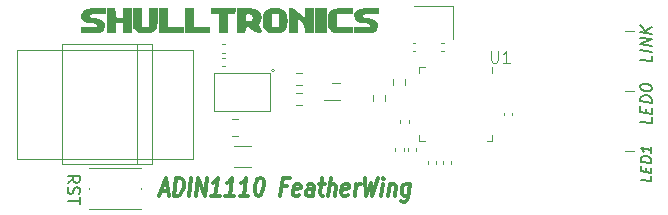
<source format=gbr>
%TF.GenerationSoftware,KiCad,Pcbnew,7.0.7*%
%TF.CreationDate,2023-08-17T11:34:17-04:00*%
%TF.ProjectId,adin1110-featherwing,6164696e-3131-4313-902d-666561746865,rev?*%
%TF.SameCoordinates,Original*%
%TF.FileFunction,Legend,Top*%
%TF.FilePolarity,Positive*%
%FSLAX46Y46*%
G04 Gerber Fmt 4.6, Leading zero omitted, Abs format (unit mm)*
G04 Created by KiCad (PCBNEW 7.0.7) date 2023-08-17 11:34:17*
%MOMM*%
%LPD*%
G01*
G04 APERTURE LIST*
%ADD10C,0.304800*%
%ADD11C,0.150000*%
%ADD12C,0.100000*%
%ADD13C,0.152400*%
%ADD14C,0.120000*%
G04 APERTURE END LIST*
D10*
X140670387Y-100022412D02*
X141275149Y-100022412D01*
X140495006Y-100457841D02*
X141108840Y-98933841D01*
X141108840Y-98933841D02*
X141341673Y-100457841D01*
X141765006Y-100457841D02*
X141955506Y-98933841D01*
X141955506Y-98933841D02*
X142257887Y-98933841D01*
X142257887Y-98933841D02*
X142430244Y-99006412D01*
X142430244Y-99006412D02*
X142533054Y-99151555D01*
X142533054Y-99151555D02*
X142575387Y-99296698D01*
X142575387Y-99296698D02*
X142599577Y-99586984D01*
X142599577Y-99586984D02*
X142572363Y-99804698D01*
X142572363Y-99804698D02*
X142475601Y-100094984D01*
X142475601Y-100094984D02*
X142396982Y-100240127D01*
X142396982Y-100240127D02*
X142257887Y-100385270D01*
X142257887Y-100385270D02*
X142067387Y-100457841D01*
X142067387Y-100457841D02*
X141765006Y-100457841D01*
X143035006Y-100457841D02*
X143225506Y-98933841D01*
X143639768Y-100457841D02*
X143830268Y-98933841D01*
X143830268Y-98933841D02*
X144365482Y-100457841D01*
X144365482Y-100457841D02*
X144555982Y-98933841D01*
X145635482Y-100457841D02*
X144909768Y-100457841D01*
X145272625Y-100457841D02*
X145463125Y-98933841D01*
X145463125Y-98933841D02*
X145314958Y-99151555D01*
X145314958Y-99151555D02*
X145175863Y-99296698D01*
X145175863Y-99296698D02*
X145045839Y-99369270D01*
X146845006Y-100457841D02*
X146119292Y-100457841D01*
X146482149Y-100457841D02*
X146672649Y-98933841D01*
X146672649Y-98933841D02*
X146524482Y-99151555D01*
X146524482Y-99151555D02*
X146385387Y-99296698D01*
X146385387Y-99296698D02*
X146255363Y-99369270D01*
X148054530Y-100457841D02*
X147328816Y-100457841D01*
X147691673Y-100457841D02*
X147882173Y-98933841D01*
X147882173Y-98933841D02*
X147734006Y-99151555D01*
X147734006Y-99151555D02*
X147594911Y-99296698D01*
X147594911Y-99296698D02*
X147464887Y-99369270D01*
X149031221Y-98933841D02*
X149152173Y-98933841D01*
X149152173Y-98933841D02*
X149264054Y-99006412D01*
X149264054Y-99006412D02*
X149315459Y-99078984D01*
X149315459Y-99078984D02*
X149357792Y-99224127D01*
X149357792Y-99224127D02*
X149381983Y-99514412D01*
X149381983Y-99514412D02*
X149336626Y-99877270D01*
X149336626Y-99877270D02*
X149239864Y-100167555D01*
X149239864Y-100167555D02*
X149161245Y-100312698D01*
X149161245Y-100312698D02*
X149091697Y-100385270D01*
X149091697Y-100385270D02*
X148961673Y-100457841D01*
X148961673Y-100457841D02*
X148840721Y-100457841D01*
X148840721Y-100457841D02*
X148728840Y-100385270D01*
X148728840Y-100385270D02*
X148677435Y-100312698D01*
X148677435Y-100312698D02*
X148635102Y-100167555D01*
X148635102Y-100167555D02*
X148610911Y-99877270D01*
X148610911Y-99877270D02*
X148656268Y-99514412D01*
X148656268Y-99514412D02*
X148753030Y-99224127D01*
X148753030Y-99224127D02*
X148831649Y-99078984D01*
X148831649Y-99078984D02*
X148901197Y-99006412D01*
X148901197Y-99006412D02*
X149031221Y-98933841D01*
X151299078Y-99659555D02*
X150875745Y-99659555D01*
X150775959Y-100457841D02*
X150966459Y-98933841D01*
X150966459Y-98933841D02*
X151571221Y-98933841D01*
X152357411Y-100385270D02*
X152227387Y-100457841D01*
X152227387Y-100457841D02*
X151985482Y-100457841D01*
X151985482Y-100457841D02*
X151873601Y-100385270D01*
X151873601Y-100385270D02*
X151831268Y-100240127D01*
X151831268Y-100240127D02*
X151903840Y-99659555D01*
X151903840Y-99659555D02*
X151982459Y-99514412D01*
X151982459Y-99514412D02*
X152112482Y-99441841D01*
X152112482Y-99441841D02*
X152354387Y-99441841D01*
X152354387Y-99441841D02*
X152466268Y-99514412D01*
X152466268Y-99514412D02*
X152508601Y-99659555D01*
X152508601Y-99659555D02*
X152490459Y-99804698D01*
X152490459Y-99804698D02*
X151867554Y-99949841D01*
X153497387Y-100457841D02*
X153597172Y-99659555D01*
X153597172Y-99659555D02*
X153554839Y-99514412D01*
X153554839Y-99514412D02*
X153442958Y-99441841D01*
X153442958Y-99441841D02*
X153201053Y-99441841D01*
X153201053Y-99441841D02*
X153071030Y-99514412D01*
X153506458Y-100385270D02*
X153376434Y-100457841D01*
X153376434Y-100457841D02*
X153074053Y-100457841D01*
X153074053Y-100457841D02*
X152962172Y-100385270D01*
X152962172Y-100385270D02*
X152919839Y-100240127D01*
X152919839Y-100240127D02*
X152937982Y-100094984D01*
X152937982Y-100094984D02*
X153016601Y-99949841D01*
X153016601Y-99949841D02*
X153146625Y-99877270D01*
X153146625Y-99877270D02*
X153449006Y-99877270D01*
X153449006Y-99877270D02*
X153579030Y-99804698D01*
X154047720Y-99441841D02*
X154531530Y-99441841D01*
X154292649Y-98933841D02*
X154129363Y-100240127D01*
X154129363Y-100240127D02*
X154171697Y-100385270D01*
X154171697Y-100385270D02*
X154283578Y-100457841D01*
X154283578Y-100457841D02*
X154404530Y-100457841D01*
X154827863Y-100457841D02*
X155018363Y-98933841D01*
X155372149Y-100457841D02*
X155471934Y-99659555D01*
X155471934Y-99659555D02*
X155429601Y-99514412D01*
X155429601Y-99514412D02*
X155317720Y-99441841D01*
X155317720Y-99441841D02*
X155136292Y-99441841D01*
X155136292Y-99441841D02*
X155006268Y-99514412D01*
X155006268Y-99514412D02*
X154936720Y-99586984D01*
X156469792Y-100385270D02*
X156339768Y-100457841D01*
X156339768Y-100457841D02*
X156097863Y-100457841D01*
X156097863Y-100457841D02*
X155985982Y-100385270D01*
X155985982Y-100385270D02*
X155943649Y-100240127D01*
X155943649Y-100240127D02*
X156016221Y-99659555D01*
X156016221Y-99659555D02*
X156094840Y-99514412D01*
X156094840Y-99514412D02*
X156224863Y-99441841D01*
X156224863Y-99441841D02*
X156466768Y-99441841D01*
X156466768Y-99441841D02*
X156578649Y-99514412D01*
X156578649Y-99514412D02*
X156620982Y-99659555D01*
X156620982Y-99659555D02*
X156602840Y-99804698D01*
X156602840Y-99804698D02*
X155979935Y-99949841D01*
X157065482Y-100457841D02*
X157192482Y-99441841D01*
X157156196Y-99732127D02*
X157234815Y-99586984D01*
X157234815Y-99586984D02*
X157304363Y-99514412D01*
X157304363Y-99514412D02*
X157434387Y-99441841D01*
X157434387Y-99441841D02*
X157555339Y-99441841D01*
X157921220Y-98933841D02*
X158033101Y-100457841D01*
X158033101Y-100457841D02*
X158411077Y-99369270D01*
X158411077Y-99369270D02*
X158516910Y-100457841D01*
X158516910Y-100457841D02*
X159009791Y-98933841D01*
X159303101Y-100457841D02*
X159430101Y-99441841D01*
X159493601Y-98933841D02*
X159424053Y-99006412D01*
X159424053Y-99006412D02*
X159475458Y-99078984D01*
X159475458Y-99078984D02*
X159545006Y-99006412D01*
X159545006Y-99006412D02*
X159493601Y-98933841D01*
X159493601Y-98933841D02*
X159475458Y-99078984D01*
X160034863Y-99441841D02*
X159907863Y-100457841D01*
X160016720Y-99586984D02*
X160086268Y-99514412D01*
X160086268Y-99514412D02*
X160216292Y-99441841D01*
X160216292Y-99441841D02*
X160397720Y-99441841D01*
X160397720Y-99441841D02*
X160509601Y-99514412D01*
X160509601Y-99514412D02*
X160551934Y-99659555D01*
X160551934Y-99659555D02*
X160452149Y-100457841D01*
X161728197Y-99441841D02*
X161573982Y-100675555D01*
X161573982Y-100675555D02*
X161495363Y-100820698D01*
X161495363Y-100820698D02*
X161425816Y-100893270D01*
X161425816Y-100893270D02*
X161295792Y-100965841D01*
X161295792Y-100965841D02*
X161114363Y-100965841D01*
X161114363Y-100965841D02*
X161002482Y-100893270D01*
X161610268Y-100385270D02*
X161480244Y-100457841D01*
X161480244Y-100457841D02*
X161238340Y-100457841D01*
X161238340Y-100457841D02*
X161126459Y-100385270D01*
X161126459Y-100385270D02*
X161075054Y-100312698D01*
X161075054Y-100312698D02*
X161032721Y-100167555D01*
X161032721Y-100167555D02*
X161087149Y-99732127D01*
X161087149Y-99732127D02*
X161165768Y-99586984D01*
X161165768Y-99586984D02*
X161235316Y-99514412D01*
X161235316Y-99514412D02*
X161365340Y-99441841D01*
X161365340Y-99441841D02*
X161607244Y-99441841D01*
X161607244Y-99441841D02*
X161719125Y-99514412D01*
D11*
X132768180Y-99350580D02*
X133244371Y-99017247D01*
X132768180Y-98779152D02*
X133768180Y-98779152D01*
X133768180Y-98779152D02*
X133768180Y-99160104D01*
X133768180Y-99160104D02*
X133720561Y-99255342D01*
X133720561Y-99255342D02*
X133672942Y-99302961D01*
X133672942Y-99302961D02*
X133577704Y-99350580D01*
X133577704Y-99350580D02*
X133434847Y-99350580D01*
X133434847Y-99350580D02*
X133339609Y-99302961D01*
X133339609Y-99302961D02*
X133291990Y-99255342D01*
X133291990Y-99255342D02*
X133244371Y-99160104D01*
X133244371Y-99160104D02*
X133244371Y-98779152D01*
X132815800Y-99731533D02*
X132768180Y-99874390D01*
X132768180Y-99874390D02*
X132768180Y-100112485D01*
X132768180Y-100112485D02*
X132815800Y-100207723D01*
X132815800Y-100207723D02*
X132863419Y-100255342D01*
X132863419Y-100255342D02*
X132958657Y-100302961D01*
X132958657Y-100302961D02*
X133053895Y-100302961D01*
X133053895Y-100302961D02*
X133149133Y-100255342D01*
X133149133Y-100255342D02*
X133196752Y-100207723D01*
X133196752Y-100207723D02*
X133244371Y-100112485D01*
X133244371Y-100112485D02*
X133291990Y-99922009D01*
X133291990Y-99922009D02*
X133339609Y-99826771D01*
X133339609Y-99826771D02*
X133387228Y-99779152D01*
X133387228Y-99779152D02*
X133482466Y-99731533D01*
X133482466Y-99731533D02*
X133577704Y-99731533D01*
X133577704Y-99731533D02*
X133672942Y-99779152D01*
X133672942Y-99779152D02*
X133720561Y-99826771D01*
X133720561Y-99826771D02*
X133768180Y-99922009D01*
X133768180Y-99922009D02*
X133768180Y-100160104D01*
X133768180Y-100160104D02*
X133720561Y-100302961D01*
X133768180Y-100588676D02*
X133768180Y-101160104D01*
X132768180Y-100874390D02*
X133768180Y-100874390D01*
X182218819Y-93834999D02*
X182218819Y-94311190D01*
X182218819Y-94311190D02*
X181218819Y-94186190D01*
X181695009Y-93436189D02*
X181695009Y-93102856D01*
X182218819Y-93025475D02*
X182218819Y-93501666D01*
X182218819Y-93501666D02*
X181218819Y-93376666D01*
X181218819Y-93376666D02*
X181218819Y-92900475D01*
X182218819Y-92596904D02*
X181218819Y-92471904D01*
X181218819Y-92471904D02*
X181218819Y-92233808D01*
X181218819Y-92233808D02*
X181266438Y-92096904D01*
X181266438Y-92096904D02*
X181361676Y-92013570D01*
X181361676Y-92013570D02*
X181456914Y-91977856D01*
X181456914Y-91977856D02*
X181647390Y-91954047D01*
X181647390Y-91954047D02*
X181790247Y-91971904D01*
X181790247Y-91971904D02*
X181980723Y-92043332D01*
X181980723Y-92043332D02*
X182075961Y-92102856D01*
X182075961Y-92102856D02*
X182171200Y-92209999D01*
X182171200Y-92209999D02*
X182218819Y-92358808D01*
X182218819Y-92358808D02*
X182218819Y-92596904D01*
X181218819Y-91281427D02*
X181218819Y-91186189D01*
X181218819Y-91186189D02*
X181266438Y-91096904D01*
X181266438Y-91096904D02*
X181314057Y-91055237D01*
X181314057Y-91055237D02*
X181409295Y-91019523D01*
X181409295Y-91019523D02*
X181599771Y-90995713D01*
X181599771Y-90995713D02*
X181837866Y-91025475D01*
X181837866Y-91025475D02*
X182028342Y-91096904D01*
X182028342Y-91096904D02*
X182123580Y-91156427D01*
X182123580Y-91156427D02*
X182171200Y-91209999D01*
X182171200Y-91209999D02*
X182218819Y-91311189D01*
X182218819Y-91311189D02*
X182218819Y-91406427D01*
X182218819Y-91406427D02*
X182171200Y-91495713D01*
X182171200Y-91495713D02*
X182123580Y-91537380D01*
X182123580Y-91537380D02*
X182028342Y-91573094D01*
X182028342Y-91573094D02*
X181837866Y-91596904D01*
X181837866Y-91596904D02*
X181599771Y-91567142D01*
X181599771Y-91567142D02*
X181409295Y-91495713D01*
X181409295Y-91495713D02*
X181314057Y-91436189D01*
X181314057Y-91436189D02*
X181266438Y-91382618D01*
X181266438Y-91382618D02*
X181218819Y-91281427D01*
X182218819Y-88588332D02*
X182218819Y-89064523D01*
X182218819Y-89064523D02*
X181218819Y-88939523D01*
X182218819Y-88254999D02*
X181218819Y-88129999D01*
X182218819Y-87778809D02*
X181218819Y-87653809D01*
X181218819Y-87653809D02*
X182218819Y-87207380D01*
X182218819Y-87207380D02*
X181218819Y-87082380D01*
X182218819Y-86731190D02*
X181218819Y-86606190D01*
X182218819Y-86159761D02*
X181647390Y-86516904D01*
X181218819Y-86034761D02*
X181790247Y-86677618D01*
D12*
X168605295Y-88179619D02*
X168605295Y-88989142D01*
X168605295Y-88989142D02*
X168652914Y-89084380D01*
X168652914Y-89084380D02*
X168700533Y-89132000D01*
X168700533Y-89132000D02*
X168795771Y-89179619D01*
X168795771Y-89179619D02*
X168986247Y-89179619D01*
X168986247Y-89179619D02*
X169081485Y-89132000D01*
X169081485Y-89132000D02*
X169129104Y-89084380D01*
X169129104Y-89084380D02*
X169176723Y-88989142D01*
X169176723Y-88989142D02*
X169176723Y-88179619D01*
X170176723Y-89179619D02*
X169605295Y-89179619D01*
X169891009Y-89179619D02*
X169891009Y-88179619D01*
X169891009Y-88179619D02*
X169795771Y-88322476D01*
X169795771Y-88322476D02*
X169700533Y-88417714D01*
X169700533Y-88417714D02*
X169605295Y-88465333D01*
D13*
X182177493Y-98817801D02*
X182177493Y-99253229D01*
X182177493Y-99253229D02*
X181263093Y-99138929D01*
X181698522Y-98453129D02*
X181698522Y-98148329D01*
X182177493Y-98077572D02*
X182177493Y-98513000D01*
X182177493Y-98513000D02*
X181263093Y-98398700D01*
X181263093Y-98398700D02*
X181263093Y-97963272D01*
X182177493Y-97685686D02*
X181263093Y-97571386D01*
X181263093Y-97571386D02*
X181263093Y-97353672D01*
X181263093Y-97353672D02*
X181306636Y-97228486D01*
X181306636Y-97228486D02*
X181393722Y-97152286D01*
X181393722Y-97152286D02*
X181480808Y-97119629D01*
X181480808Y-97119629D02*
X181654979Y-97097858D01*
X181654979Y-97097858D02*
X181785608Y-97114186D01*
X181785608Y-97114186D02*
X181959779Y-97179500D01*
X181959779Y-97179500D02*
X182046865Y-97233929D01*
X182046865Y-97233929D02*
X182133951Y-97331900D01*
X182133951Y-97331900D02*
X182177493Y-97467972D01*
X182177493Y-97467972D02*
X182177493Y-97685686D01*
X182177493Y-96292315D02*
X182177493Y-96814829D01*
X182177493Y-96553572D02*
X181263093Y-96439272D01*
X181263093Y-96439272D02*
X181393722Y-96542686D01*
X181393722Y-96542686D02*
X181480808Y-96640658D01*
X181480808Y-96640658D02*
X181524351Y-96733186D01*
%TO.C,L1*%
G36*
X154678158Y-86709556D02*
G01*
X153662158Y-86709556D01*
X153662158Y-84592889D01*
X154678158Y-84592889D01*
X154678158Y-86709556D01*
G37*
G36*
X141216158Y-86201556D02*
G01*
X142570825Y-86201556D01*
X142570825Y-86709556D01*
X140454158Y-86709556D01*
X140454158Y-84592889D01*
X141216158Y-84592889D01*
X141216158Y-86201556D01*
G37*
G36*
X143417492Y-86201556D02*
G01*
X144772158Y-86201556D01*
X144772158Y-86709556D01*
X142655492Y-86709556D01*
X142655492Y-84592889D01*
X143417492Y-84592889D01*
X143417492Y-86201556D01*
G37*
G36*
X136830019Y-84995056D02*
G01*
X136853328Y-85238700D01*
X136904547Y-85360955D01*
X137017268Y-85409669D01*
X137130992Y-85423754D01*
X137406158Y-85450285D01*
X137406158Y-84592889D01*
X138168158Y-84592889D01*
X138168158Y-86709556D01*
X137406158Y-86709556D01*
X137406158Y-85862889D01*
X136813492Y-85862889D01*
X136813492Y-86709556D01*
X136051492Y-86709556D01*
X136051492Y-84592889D01*
X136804214Y-84592889D01*
X136830019Y-84995056D01*
G37*
G36*
X146973492Y-84846889D02*
G01*
X146960118Y-85009756D01*
X146887645Y-85082157D01*
X146707547Y-85100488D01*
X146634825Y-85100889D01*
X146296158Y-85100889D01*
X146296158Y-86709556D01*
X145534158Y-86709556D01*
X145534158Y-85100889D01*
X145195492Y-85100889D01*
X144978336Y-85090859D01*
X144881801Y-85036504D01*
X144857359Y-84901431D01*
X144856825Y-84846889D01*
X144856825Y-84592889D01*
X146973492Y-84592889D01*
X146973492Y-84846889D01*
G37*
G36*
X151926319Y-84625338D02*
G01*
X152127469Y-84739938D01*
X152380469Y-84962569D01*
X152410417Y-84991873D01*
X152815492Y-85390857D01*
X152815492Y-84592889D01*
X153577492Y-84592889D01*
X153577492Y-86709556D01*
X152815492Y-86709556D01*
X152815492Y-86345165D01*
X152792559Y-86088666D01*
X152699441Y-85891939D01*
X152519158Y-85693556D01*
X152222825Y-85406338D01*
X152222825Y-86709556D01*
X151460825Y-86709556D01*
X151460825Y-84592889D01*
X151733083Y-84592889D01*
X151926319Y-84625338D01*
G37*
G36*
X139014825Y-86201556D02*
G01*
X139607492Y-86201556D01*
X139607492Y-84592889D01*
X140369492Y-84592889D01*
X140369492Y-85423715D01*
X140366995Y-85808051D01*
X140353473Y-86063389D01*
X140319878Y-86230052D01*
X140257162Y-86348365D01*
X140156278Y-86458652D01*
X140132025Y-86482049D01*
X139980796Y-86607147D01*
X139820158Y-86675976D01*
X139593035Y-86704666D01*
X139326921Y-86709556D01*
X139008202Y-86701710D01*
X138800345Y-86666739D01*
X138645173Y-86587492D01*
X138506054Y-86467556D01*
X138389031Y-86348194D01*
X138315073Y-86233716D01*
X138274308Y-86082870D01*
X138256867Y-85854401D01*
X138252877Y-85507057D01*
X138252825Y-85409223D01*
X138252825Y-84592889D01*
X139014825Y-84592889D01*
X139014825Y-86201556D01*
G37*
G36*
X156879492Y-85100889D02*
G01*
X155524825Y-85100889D01*
X155524825Y-86201556D01*
X156879492Y-86201556D01*
X156879492Y-86709556D01*
X156074388Y-86709556D01*
X155695891Y-86706710D01*
X155444229Y-86691696D01*
X155276921Y-86654801D01*
X155151487Y-86586311D01*
X155025445Y-86476512D01*
X155016054Y-86467556D01*
X154879969Y-86322553D01*
X154803832Y-86178812D01*
X154770502Y-85980777D01*
X154762843Y-85672888D01*
X154762825Y-85646689D01*
X154770651Y-85323294D01*
X154804536Y-85112893D01*
X154880091Y-84959471D01*
X154990332Y-84830355D01*
X155103656Y-84721189D01*
X155217337Y-84651911D01*
X155371701Y-84613475D01*
X155607070Y-84596832D01*
X155963769Y-84592935D01*
X156048665Y-84592889D01*
X156879492Y-84592889D01*
X156879492Y-85100889D01*
G37*
G36*
X150634714Y-84600182D02*
G01*
X150847222Y-84632050D01*
X151000111Y-84703478D01*
X151138692Y-84820396D01*
X151264434Y-84956594D01*
X151335875Y-85097741D01*
X151368078Y-85296532D01*
X151376104Y-85605667D01*
X151376158Y-85651223D01*
X151369967Y-85976621D01*
X151341352Y-86185543D01*
X151275251Y-86330688D01*
X151156602Y-86464753D01*
X151138692Y-86482049D01*
X150987462Y-86607147D01*
X150826825Y-86675976D01*
X150599702Y-86704666D01*
X150333588Y-86709556D01*
X150014869Y-86701710D01*
X149807012Y-86666739D01*
X149651840Y-86587492D01*
X149512721Y-86467556D01*
X149376636Y-86322553D01*
X149312545Y-86201556D01*
X150021492Y-86201556D01*
X150614158Y-86201556D01*
X150614158Y-85100889D01*
X150021492Y-85100889D01*
X150021492Y-86201556D01*
X149312545Y-86201556D01*
X149300498Y-86178812D01*
X149267169Y-85980777D01*
X149259509Y-85672888D01*
X149259492Y-85646689D01*
X149267317Y-85323294D01*
X149301202Y-85112893D01*
X149376758Y-84959471D01*
X149486999Y-84830355D01*
X149624620Y-84703642D01*
X149767564Y-84632147D01*
X149969334Y-84600394D01*
X150283430Y-84592905D01*
X150307866Y-84592889D01*
X150634714Y-84600182D01*
G37*
G36*
X135966825Y-85100889D02*
G01*
X135283283Y-85100889D01*
X134943808Y-85104791D01*
X134741901Y-85121270D01*
X134645888Y-85157487D01*
X134624090Y-85220604D01*
X134627878Y-85249056D01*
X134690606Y-85345815D01*
X134856792Y-85400757D01*
X135078586Y-85423527D01*
X135408297Y-85475006D01*
X135648573Y-85598497D01*
X135733992Y-85672201D01*
X135920960Y-85915546D01*
X135944841Y-86149181D01*
X135805800Y-86398000D01*
X135739318Y-86472090D01*
X135625994Y-86581256D01*
X135512312Y-86650534D01*
X135357949Y-86688970D01*
X135122580Y-86705613D01*
X134765881Y-86709510D01*
X134680984Y-86709556D01*
X133850158Y-86709556D01*
X133850158Y-86201556D01*
X134527492Y-86201556D01*
X134864968Y-86198021D01*
X135067226Y-86181738D01*
X135168327Y-86144192D01*
X135202332Y-86076869D01*
X135204825Y-86032223D01*
X135183404Y-85932162D01*
X135091792Y-85881352D01*
X134888963Y-85864000D01*
X134764958Y-85862889D01*
X134467818Y-85844835D01*
X134263402Y-85774030D01*
X134087624Y-85635382D01*
X133896583Y-85383319D01*
X133872611Y-85142060D01*
X134015710Y-84894815D01*
X134087624Y-84820396D01*
X134208456Y-84714889D01*
X134331489Y-84648276D01*
X134498080Y-84611665D01*
X134749586Y-84596167D01*
X135127364Y-84592892D01*
X135145958Y-84592889D01*
X135966825Y-84592889D01*
X135966825Y-85100889D01*
G37*
G36*
X159080825Y-85100889D02*
G01*
X158397283Y-85100889D01*
X158057808Y-85104791D01*
X157855901Y-85121270D01*
X157759888Y-85157487D01*
X157738090Y-85220604D01*
X157741878Y-85249056D01*
X157804606Y-85345815D01*
X157970792Y-85400757D01*
X158192586Y-85423527D01*
X158522297Y-85475006D01*
X158762573Y-85598497D01*
X158847992Y-85672201D01*
X159034960Y-85915546D01*
X159058841Y-86149181D01*
X158919800Y-86398000D01*
X158853318Y-86472090D01*
X158739994Y-86581256D01*
X158626312Y-86650534D01*
X158471949Y-86688970D01*
X158236580Y-86705613D01*
X157879881Y-86709510D01*
X157794984Y-86709556D01*
X156964158Y-86709556D01*
X156964158Y-86201556D01*
X157641492Y-86201556D01*
X157978968Y-86198021D01*
X158181226Y-86181738D01*
X158282327Y-86144192D01*
X158316332Y-86076869D01*
X158318825Y-86032223D01*
X158297404Y-85932162D01*
X158205792Y-85881352D01*
X158002963Y-85864000D01*
X157878958Y-85862889D01*
X157581818Y-85844835D01*
X157377402Y-85774030D01*
X157201624Y-85635382D01*
X157045848Y-85441720D01*
X156966664Y-85256377D01*
X156964158Y-85227889D01*
X157022763Y-85053672D01*
X157167206Y-84855270D01*
X157201624Y-84820396D01*
X157322456Y-84714889D01*
X157445489Y-84648276D01*
X157612080Y-84611665D01*
X157863586Y-84596167D01*
X158241364Y-84592892D01*
X158259958Y-84592889D01*
X159080825Y-84592889D01*
X159080825Y-85100889D01*
G37*
G36*
X148273320Y-84595386D02*
G01*
X148528658Y-84608908D01*
X148695321Y-84642503D01*
X148813634Y-84705219D01*
X148923921Y-84806103D01*
X148947318Y-84830355D01*
X149121668Y-85107456D01*
X149175161Y-85414894D01*
X149102716Y-85696740D01*
X149034703Y-85792722D01*
X148941052Y-85921739D01*
X148970786Y-86026896D01*
X149034703Y-86102389D01*
X149143500Y-86306657D01*
X149174825Y-86483389D01*
X149150195Y-86644208D01*
X149041304Y-86703411D01*
X148920054Y-86709556D01*
X148626988Y-86626757D01*
X148399497Y-86455556D01*
X148199503Y-86297287D01*
X148020602Y-86208509D01*
X147976934Y-86201556D01*
X147860551Y-86247949D01*
X147820928Y-86412170D01*
X147820158Y-86455556D01*
X147809114Y-86611744D01*
X147745344Y-86685720D01*
X147582894Y-86708120D01*
X147439158Y-86709556D01*
X147058158Y-86709556D01*
X147058158Y-85397223D01*
X147820158Y-85397223D01*
X147833265Y-85595834D01*
X147907211Y-85677287D01*
X148093936Y-85693519D01*
X148116492Y-85693556D01*
X148315103Y-85680449D01*
X148396556Y-85606503D01*
X148412788Y-85419778D01*
X148412825Y-85397223D01*
X148399718Y-85198611D01*
X148325772Y-85117158D01*
X148139047Y-85100926D01*
X148116492Y-85100889D01*
X147917880Y-85113996D01*
X147836427Y-85187942D01*
X147820195Y-85374667D01*
X147820158Y-85397223D01*
X147058158Y-85397223D01*
X147058158Y-84592889D01*
X147888984Y-84592889D01*
X148273320Y-84595386D01*
G37*
D14*
%TO.C,C5*%
X161961565Y-87498600D02*
X162193235Y-87498600D01*
X161961565Y-88218600D02*
X162193235Y-88218600D01*
%TO.C,C9*%
X152629324Y-91073500D02*
X152119876Y-91073500D01*
X152629324Y-90028500D02*
X152119876Y-90028500D01*
%TO.C,J3*%
X132275000Y-97790000D02*
X139895000Y-97790000D01*
X139895000Y-97790000D02*
X139895000Y-87630000D01*
X132275000Y-87630000D02*
X132275000Y-97790000D01*
X138625000Y-87630000D02*
X138625000Y-97790000D01*
X139895000Y-87630000D02*
X132275000Y-87630000D01*
%TO.C,C12*%
X147200252Y-95411600D02*
X146677748Y-95411600D01*
X147200252Y-93941600D02*
X146677748Y-93941600D01*
%TO.C,SW2*%
X138953600Y-99797400D02*
X138953600Y-99897400D01*
X138953600Y-98097400D02*
X134553600Y-98097400D01*
X134553600Y-101597400D02*
X138953600Y-101597400D01*
X134553600Y-99797400D02*
X134553600Y-99897400D01*
%TO.C,J4*%
X128439000Y-88110000D02*
X143339000Y-88110000D01*
X143339000Y-88110000D02*
X143339000Y-97310000D01*
X143339000Y-97310000D02*
X128439000Y-97310000D01*
X128439000Y-97310000D02*
X128439000Y-88110000D01*
%TO.C,U3*%
X179940000Y-91610000D02*
X180740000Y-91610000D01*
%TO.C,U5*%
X179940000Y-86530000D02*
X180740000Y-86530000D01*
%TO.C,U2*%
X154468600Y-92393600D02*
X155818600Y-92393600D01*
X155168600Y-90943600D02*
X155818600Y-90943600D01*
%TO.C,C10*%
X152629324Y-92800700D02*
X152119876Y-92800700D01*
X152629324Y-91755700D02*
X152119876Y-91755700D01*
%TO.C,R2*%
X159628100Y-91896476D02*
X159628100Y-92405924D01*
X158583100Y-91896476D02*
X158583100Y-92405924D01*
%TO.C,Y1*%
X165378400Y-87201200D02*
X165378400Y-84401200D01*
X165378400Y-84401200D02*
X162078400Y-84401200D01*
%TO.C,T1*%
X149886600Y-93306400D02*
X145186600Y-93306400D01*
X145186600Y-93306400D02*
X145186600Y-90086400D01*
X145186600Y-90086400D02*
X149886600Y-90086400D01*
X149886600Y-90086400D02*
X149886600Y-93306400D01*
X150273403Y-89846400D02*
G75*
G03*
X150273403Y-89846400I-111803J0D01*
G01*
%TO.C,C8*%
X160498200Y-96661235D02*
X160498200Y-96429565D01*
X161218200Y-96661235D02*
X161218200Y-96429565D01*
%TO.C,U1*%
X162500400Y-89574600D02*
X162975400Y-89574600D01*
X168720400Y-90049600D02*
X168720400Y-89574600D01*
X162500400Y-90049600D02*
X162500400Y-89574600D01*
X168720400Y-95319600D02*
X168720400Y-95794600D01*
X162500400Y-95319600D02*
X162500400Y-95794600D01*
X168720400Y-95794600D02*
X168245400Y-95794600D01*
X162500400Y-95794600D02*
X162975400Y-95794600D01*
%TO.C,C2*%
X169693000Y-93655335D02*
X169693000Y-93423665D01*
X170413000Y-93655335D02*
X170413000Y-93423665D01*
%TO.C,C1*%
X160904600Y-94273635D02*
X160904600Y-94041965D01*
X161624600Y-94273635D02*
X161624600Y-94041965D01*
%TO.C,C4*%
X164349165Y-87498600D02*
X164580835Y-87498600D01*
X164349165Y-88218600D02*
X164580835Y-88218600D01*
%TO.C,C11*%
X146038835Y-89514000D02*
X145807165Y-89514000D01*
X146038835Y-88794000D02*
X145807165Y-88794000D01*
%TO.C,U4*%
X179940000Y-96690000D02*
X180740000Y-96690000D01*
%TO.C,C13*%
X146837348Y-96245000D02*
X148259852Y-96245000D01*
X146837348Y-98065000D02*
X148259852Y-98065000D01*
%TO.C,C6*%
X164511400Y-97753435D02*
X164511400Y-97521765D01*
X165231400Y-97753435D02*
X165231400Y-97521765D01*
%TO.C,R1*%
X161355300Y-90575676D02*
X161355300Y-91085124D01*
X160310300Y-90575676D02*
X160310300Y-91085124D01*
%TO.C,C3*%
X163241400Y-97753435D02*
X163241400Y-97521765D01*
X163961400Y-97753435D02*
X163961400Y-97521765D01*
%TO.C,C14*%
X146038835Y-88371000D02*
X145807165Y-88371000D01*
X146038835Y-87651000D02*
X145807165Y-87651000D01*
%TO.C,C7*%
X161565000Y-96661235D02*
X161565000Y-96429565D01*
X162285000Y-96661235D02*
X162285000Y-96429565D01*
%TD*%
M02*

</source>
